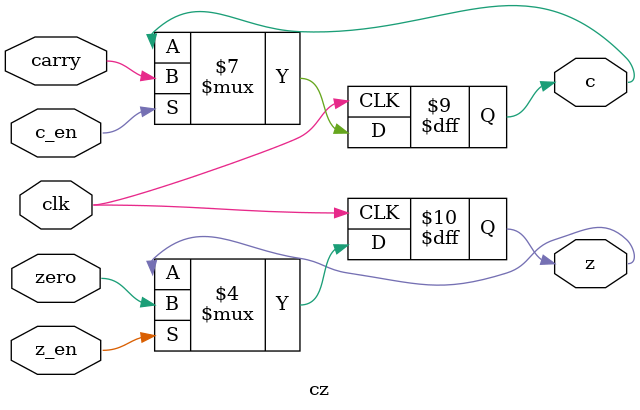
<source format=v>
module cz(
	input clk,
	input carry, zero,
	input c_en, z_en,
	output reg c, z
);

	initial 
	begin
	
		c = 0;
		z = 0;
	
	end

	always @(posedge clk)
	begin
		if (c_en)
			c = carry;
		if (z_en)
			z = zero;
	end

endmodule


</source>
